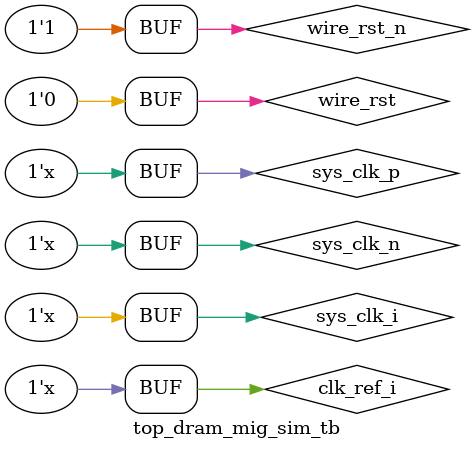
<source format=v>
`timescale 1ps/100fs



module top_dram_mig_sim_tb;


    //***************************************************************************

    // The following parameters refer to width of various ports

    //***************************************************************************

    parameter COL_WIDTH             = 10;

                                    // # of memory Column Address bits.

    parameter CS_WIDTH              = 1;

                                      // # of unique CS outputs to memory.

    parameter DM_WIDTH              = 4;

                                      // # of DM (data mask)

    parameter DQ_WIDTH              = 32;

                                      // # of DQ (data)

    parameter DQS_WIDTH             = 4;

    parameter DQS_CNT_WIDTH         = 2;

                                      // = ceil(log2(DQS_WIDTH))

    parameter DRAM_WIDTH            = 8;

                                      // # of DQ per DQS

    parameter ECC                   = "OFF";

    parameter RANKS                 = 1;

                                      // # of Ranks.

    parameter ODT_WIDTH             = 1;

                                      // # of ODT outputs to memory.

    parameter ROW_WIDTH             = 15;

                                      // # of memory Row Address bits.

    parameter ADDR_WIDTH            = 29;

                                      // # = RANK_WIDTH + BANK_WIDTH

                                      //     + ROW_WIDTH + COL_WIDTH;

                                      // Chip Select is always tied to low for

                                      // single rank devices

    //***************************************************************************

    // The following parameters are mode register settings

    //***************************************************************************

    parameter BURST_MODE            = "8";

                                      // DDR3 SDRAM:

                                      // Burst Length (Mode Register 0).

                                      // # = "8", "4", "OTF".

                                      // DDR2 SDRAM:

                                      // Burst Length (Mode Register).

                                      // # = "8", "4".

    parameter CA_MIRROR             = "OFF";

                                      // C/A mirror opt for DDR3 dual rank

    

    //***************************************************************************

    // The following parameters are multiplier and divisor factors for PLLE2.

    // Based on the selected design frequency these parameters vary.

    //***************************************************************************

    parameter CLKIN_PERIOD          = 5000;

                                      // Input Clock Period





    //***************************************************************************

    // Simulation parameters

    //***************************************************************************

    parameter SIM_BYPASS_INIT_CAL   = "FAST";

                                      // # = "SIM_INIT_CAL_FULL" -  Complete

                                      //              memory init &

                                      //              calibration sequence

                                      // # = "SKIP" - Not supported

                                      // # = "FAST" - Complete memory init & use

                                      //              abbreviated calib sequence



    //***************************************************************************

    // IODELAY and PHY related parameters

    //***************************************************************************

    parameter TCQ                   = 100;

    //***************************************************************************

    // IODELAY and PHY related parameters

    //***************************************************************************

    parameter RST_ACT_LOW           = 0;

                                      // =1 for active low reset,

                                      // =0 for active high.



    //***************************************************************************

    // Referece clock frequency parameters

    //***************************************************************************

    parameter REFCLK_FREQ           = 200.0;

                                      // IODELAYCTRL reference clock frequency

    //***************************************************************************

    // System clock frequency parameters

    //***************************************************************************

    parameter tCK                   = 2500;

                                      // memory tCK paramter.

                      // # = Clock Period in pS.

    parameter nCK_PER_CLK           = 4;

                                      // # of memory CKs per fabric CLK



   



    //***************************************************************************

    // Debug and Internal parameters

    //***************************************************************************

    parameter DEBUG_PORT            = "OFF";

                                      // # = "ON" Enable debug signals/controls.

                                      //   = "OFF" Disable debug signals/controls.

    //***************************************************************************

    // Debug and Internal parameters

    //***************************************************************************

    parameter DRAM_TYPE             = "DDR3";



    



    //**************************************************************************//

    // Local parameters Declarations

    //**************************************************************************//



    localparam real TPROP_DQS          = 0.00;

                                        // Delay for DQS signal during Write Operation

    localparam real TPROP_DQS_RD       = 0.00;

                        // Delay for DQS signal during Read Operation

    localparam real TPROP_PCB_CTRL     = 0.00;

                        // Delay for Address and Ctrl signals

    localparam real TPROP_PCB_DATA     = 0.00;

                        // Delay for data signal during Write operation

    localparam real TPROP_PCB_DATA_RD  = 0.00;

                        // Delay for data signal during Read operation



    localparam MEMORY_WIDTH            = 8;

    localparam NUM_COMP                = DQ_WIDTH/MEMORY_WIDTH;

    localparam ECC_TEST 		   	= "OFF" ;

    localparam ERR_INSERT = (ECC_TEST == "ON") ? "OFF" : ECC ;

    



    localparam real REFCLK_PERIOD = (1000000.0/(2*REFCLK_FREQ));

    // localparam RESET_PERIOD = 200000; //in pSec  
    localparam RESET_PERIOD = 200200000; //in pSec  

    localparam real SYSCLK_PERIOD = tCK;

      

    



    //**************************************************************************//

    // Wire Declarations

    //**************************************************************************//

    reg                                wire_rst_n;

    wire                               wire_rst;





    reg                     sys_clk_i;

    wire                               sys_clk_p;

    wire                               sys_clk_n;

      



    reg clk_ref_i;



    

    wire                               ddr3_reset_n;

    wire [DQ_WIDTH-1:0]                ddr3_dq_fpga;

    wire [DQS_WIDTH-1:0]               ddr3_dqs_p_fpga;

    wire [DQS_WIDTH-1:0]               ddr3_dqs_n_fpga;

    wire [ROW_WIDTH-1:0]               ddr3_addr_fpga;

    wire [3-1:0]              ddr3_ba_fpga;

    wire                               ddr3_ras_n_fpga;

    wire                               ddr3_cas_n_fpga;

    wire                               ddr3_we_n_fpga;

    wire [1-1:0]               ddr3_cke_fpga;

    wire [1-1:0]                ddr3_ck_p_fpga;

    wire [1-1:0]                ddr3_ck_n_fpga;

      

    

    wire                               init_calib_complete;

    wire                               tg_compare_error;

    

    wire [DM_WIDTH-1:0]                ddr3_dm_fpga;

      

    wire [ODT_WIDTH-1:0]               ddr3_odt_fpga;

      

    

    

    reg [DM_WIDTH-1:0]                 ddr3_dm_sdram_tmp;

      

    reg [ODT_WIDTH-1:0]                ddr3_odt_sdram_tmp;

      



    

    wire [DQ_WIDTH-1:0]                ddr3_dq_sdram;

    wire [ROW_WIDTH-1:0]                ddr3_addr_sdram [0:1];

    wire [3-1:0]               ddr3_ba_sdram [0:1];

    wire                                ddr3_ras_n_sdram;

    wire                                ddr3_cas_n_sdram;

    wire                                ddr3_we_n_sdram;

    wire [(CS_WIDTH*1)-1:0] ddr3_cs_n_sdram;

    wire [ODT_WIDTH-1:0]               ddr3_odt_sdram;

    wire [1-1:0]                ddr3_cke_sdram;

    wire [DM_WIDTH-1:0]                ddr3_dm_sdram;

    wire [DQS_WIDTH-1:0]               ddr3_dqs_p_sdram;

    wire [DQS_WIDTH-1:0]               ddr3_dqs_n_sdram;

    wire [1-1:0]                 ddr3_ck_p_sdram;

    wire [1-1:0]                 ddr3_ck_n_sdram;

  

    


    

    //**************************************************************************//

    // Memory Models instantiations

    //**************************************************************************//



    genvar r,ii;

    generate

      for (r = 0; r < CS_WIDTH; r = r + 1) begin: mem_rnk

        for (ii = 0; ii < NUM_COMP; ii = ii + 1) begin: gen_mem

          ddr3_model u_comp_ddr3

            (

            .rst_n   (ddr3_reset_n),

            .ck      (ddr3_ck_p_sdram),

            .ck_n    (ddr3_ck_n_sdram),

            .cke     (ddr3_cke_sdram[r]),

            .cs_n    (ddr3_cs_n_sdram[r]), // 0 tie 

            .ras_n   (ddr3_ras_n_sdram),

            .cas_n   (ddr3_cas_n_sdram),

            .we_n    (ddr3_we_n_sdram),

            .dm_tdqs (ddr3_dm_sdram[ii]), 

            .ba      (ddr3_ba_sdram[r]),

            .addr    (ddr3_addr_sdram[r]),

            .dq      (ddr3_dq_sdram[MEMORY_WIDTH*(ii+1)-1:MEMORY_WIDTH*(ii)]),

            .dqs     (ddr3_dqs_p_sdram[ii]),

            .dqs_n   (ddr3_dqs_n_sdram[ii]),

            .tdqs_n  (),

            .odt     (ddr3_odt_sdram[r])

            );

        end

      end

    endgenerate

    

      




    // ########################## MIG ########################################################################################
    wire          		ui_clk_sync_rst;


    wire	         	app_rdy;
    wire	         	app_en;
    wire	[3 - 1:0] 	app_cmd;
    wire	[29 - 1:0]	app_addr; // 30bit address @ 7360?, 29bit @ 7310? Please Check
    wire	[256 - 1:0] app_rd_data;
    wire	         	app_rd_data_end;
    wire	         	app_rd_data_valid;
    wire	         	app_wdf_rdy;
    wire	         	app_wdf_wren;
    wire	[256 - 1:0] app_wdf_data;
    wire	         	app_wdf_end;
    wire	[32 - 1:0]  app_wdf_mask;

    mig_7series_0 u_mig_7series_0(
        .device_temp                      (                       ),







        // Memory interface ports
          .ddr3_addr                        ( ddr3_addr_sdram[0]                        ),
          .ddr3_ba                          ( ddr3_ba_sdram[0]                          ),
          .ddr3_cas_n                       ( ddr3_cas_n_sdram                       ),
          .ddr3_ck_n                        ( ddr3_ck_n_sdram                        ),
          .ddr3_ck_p                        ( ddr3_ck_p_sdram                        ),
          .ddr3_cke                         ( ddr3_cke_sdram                         ),
          .ddr3_ras_n                       ( ddr3_ras_n_sdram                       ),
          .ddr3_reset_n                     ( ddr3_reset_n                     ),
          .ddr3_we_n                        ( ddr3_we_n_sdram                        ),
          .ddr3_dq                          (   ddr3_dq_sdram                   ),
          .ddr3_dqs_n                       (   ddr3_dqs_n_sdram                ),
          .ddr3_dqs_p                       (   ddr3_dqs_p_sdram                ),

        .init_calib_complete              (   init_calib_complete            ),

        // .ddr3_cs_n                      (ddr3_cs_n),
        .ddr3_odt                         (   ddr3_dm_sdram                ),
        .ddr3_dm                          (   ddr3_odt_sdram                ),










        // Application interface ports
        .app_addr                         ( app_addr                         ),
        .app_cmd                          ( app_cmd                          ),
        .app_en                           ( app_en                           ),
        .app_wdf_data                     ( app_wdf_data                     ),
        .app_wdf_end                      ( app_wdf_end                      ),
        .app_wdf_wren                     ( app_wdf_wren                     ),
        .app_rd_data                      ( app_rd_data                      ),
        .app_rd_data_end                  ( app_rd_data_end                  ),
        .app_rd_data_valid                ( app_rd_data_valid                ),
        .app_rdy                          ( app_rdy                          ),
        .app_wdf_rdy                      ( app_wdf_rdy                      ),
        .app_sr_req                       ( 1'b0                       ),
        .app_sr_active                    (                     ),
        .app_ref_req                      ( 1'b0                      ),
        .app_ref_ack                      (                       ),
        .app_zq_req                       ( 1'b0                       ),
        .app_zq_ack                       (                        ),
        .ui_clk                           ( ui_clk                           ),
        .ui_clk_sync_rst                  ( ui_clk_sync_rst                  ),

        .app_wdf_mask                     ( app_wdf_mask                     ),

        // System Clock Ports
        .sys_clk_p                        ( sys_clk_p                        ),
        .sys_clk_n                        ( sys_clk_n                        ),

        .sys_rst                          ( !wire_rst_n                  )
    );
    // ########################## MIG ########################################################################################











    //**************************************************************************//

    // Reset wire

    //**************************************************************************//


    assign wire_rst = RST_ACT_LOW ? wire_rst_n : ~wire_rst_n;



    //**************************************************************************//

    // Clock Generation

    //**************************************************************************//



    initial
      sys_clk_i = 1'b0;
    always
      sys_clk_i = #(CLKIN_PERIOD/2.0) ~sys_clk_i;

    assign sys_clk_p = sys_clk_i;
    assign sys_clk_n = ~sys_clk_i;



    initial
      clk_ref_i = 1'b0;
    always
      clk_ref_i = #REFCLK_PERIOD ~clk_ref_i;



    initial begin
        wire_rst_n = 1'b0;
        #RESET_PERIOD
        wire_rst_n = 1'b1;


    end


endmodule




</source>
